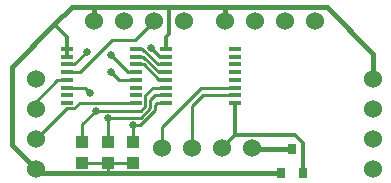
<source format=gbl>
G75*
%MOIN*%
%OFA0B0*%
%FSLAX25Y25*%
%IPPOS*%
%LPD*%
%AMOC8*
5,1,8,0,0,1.08239X$1,22.5*
%
%ADD10C,0.06000*%
%ADD11R,0.03900X0.01200*%
%ADD12R,0.04331X0.03937*%
%ADD13R,0.03150X0.03543*%
%ADD14C,0.01000*%
%ADD15C,0.02578*%
%ADD16C,0.01200*%
%ADD17C,0.01600*%
D10*
X0014045Y0021079D03*
X0014045Y0031079D03*
X0014045Y0041079D03*
X0014045Y0051079D03*
X0033545Y0070579D03*
X0043545Y0070579D03*
X0053545Y0070579D03*
X0063545Y0070579D03*
X0077045Y0070579D03*
X0087045Y0070579D03*
X0097045Y0070579D03*
X0107045Y0070579D03*
X0126545Y0051079D03*
X0126545Y0041079D03*
X0126545Y0031079D03*
X0126545Y0021079D03*
X0086045Y0028079D03*
X0076045Y0028079D03*
X0066045Y0028079D03*
X0056045Y0028079D03*
D11*
X0057558Y0043123D03*
X0057558Y0045682D03*
X0057558Y0048241D03*
X0057558Y0050800D03*
X0057558Y0053359D03*
X0057558Y0055918D03*
X0057558Y0058477D03*
X0057558Y0061036D03*
X0047533Y0061036D03*
X0047533Y0058477D03*
X0047533Y0055918D03*
X0047533Y0053359D03*
X0047533Y0050800D03*
X0047533Y0048241D03*
X0047533Y0045682D03*
X0047533Y0043123D03*
X0024558Y0043123D03*
X0024558Y0045682D03*
X0024558Y0048241D03*
X0024558Y0050800D03*
X0024558Y0053359D03*
X0024558Y0055918D03*
X0024558Y0058477D03*
X0024558Y0061036D03*
X0080533Y0061036D03*
X0080533Y0058477D03*
X0080533Y0055918D03*
X0080533Y0053359D03*
X0080533Y0050800D03*
X0080533Y0048241D03*
X0080533Y0045682D03*
X0080533Y0043123D03*
D12*
X0046545Y0029926D03*
X0038045Y0029926D03*
X0029545Y0029926D03*
X0029545Y0023233D03*
X0038045Y0023233D03*
X0046545Y0023233D03*
D13*
X0095805Y0019642D03*
X0103285Y0019642D03*
X0099545Y0027910D03*
D14*
X0080545Y0043110D02*
X0080533Y0043123D01*
X0080533Y0045682D02*
X0069648Y0045682D01*
X0066045Y0042079D01*
X0066045Y0028079D01*
X0056045Y0028079D02*
X0056045Y0035079D01*
X0069207Y0048241D01*
X0080533Y0048241D01*
X0057558Y0048241D02*
X0053207Y0048241D01*
X0050583Y0045617D01*
X0050583Y0042067D01*
X0049095Y0040579D01*
X0034045Y0040579D01*
X0029545Y0036079D01*
X0029545Y0029926D01*
X0038045Y0029926D02*
X0038045Y0038190D01*
X0048969Y0038190D01*
X0052183Y0041404D01*
X0052183Y0044217D01*
X0053648Y0045682D01*
X0057558Y0045682D01*
X0057558Y0043123D02*
X0054326Y0043123D01*
X0053783Y0042579D01*
X0053783Y0040742D01*
X0048843Y0035802D01*
X0046545Y0035802D01*
X0046545Y0029926D01*
X0046545Y0023233D02*
X0038045Y0023233D01*
X0038045Y0019642D01*
X0038045Y0023233D02*
X0036045Y0023233D01*
X0029545Y0023233D01*
X0014045Y0031079D02*
X0024389Y0041423D01*
X0026964Y0041423D01*
X0028664Y0043123D01*
X0047533Y0043123D01*
X0047545Y0043110D01*
X0047533Y0050800D02*
X0041825Y0050800D01*
X0039045Y0053579D01*
X0039045Y0059079D02*
X0044766Y0053359D01*
X0047533Y0053359D01*
X0047533Y0055918D02*
X0050181Y0055918D01*
X0055299Y0050800D01*
X0057558Y0050800D01*
X0057558Y0053359D02*
X0055003Y0053359D01*
X0049885Y0058477D01*
X0047533Y0058477D01*
X0047533Y0061036D02*
X0049589Y0061036D01*
X0054707Y0055918D01*
X0057558Y0055918D01*
X0057558Y0058477D02*
X0055526Y0058477D01*
X0052485Y0061519D01*
X0047045Y0064079D02*
X0053545Y0070579D01*
X0047045Y0064079D02*
X0039545Y0064079D01*
X0028825Y0053359D01*
X0024558Y0053359D01*
X0024558Y0055918D02*
X0026884Y0055918D01*
X0031045Y0060079D01*
X0024558Y0050800D02*
X0021266Y0050800D01*
X0014045Y0043579D01*
X0014045Y0041079D01*
X0024558Y0048241D02*
X0030384Y0048241D01*
X0032045Y0046579D01*
D15*
X0032045Y0046579D03*
X0034045Y0040579D03*
X0038045Y0038190D03*
X0046545Y0035802D03*
X0039045Y0053579D03*
X0039045Y0059079D03*
X0031045Y0060079D03*
X0052485Y0061519D03*
D16*
X0057558Y0061036D02*
X0057558Y0065092D01*
X0058545Y0066079D01*
X0058545Y0075079D01*
X0024558Y0065067D02*
X0024558Y0061036D01*
X0024558Y0058477D01*
X0024558Y0065067D02*
X0020295Y0069329D01*
X0080545Y0043110D02*
X0080545Y0032579D01*
X0100545Y0032579D01*
X0103285Y0029839D01*
X0103285Y0019642D01*
X0080545Y0032579D02*
X0076045Y0028079D01*
D17*
X0015482Y0019642D02*
X0014045Y0021079D01*
X0006045Y0029079D01*
X0006045Y0055079D01*
X0020295Y0069329D01*
X0026045Y0075079D01*
X0034045Y0075079D01*
X0033545Y0074579D01*
X0033545Y0070579D01*
X0034045Y0075079D02*
X0058545Y0075079D01*
X0077545Y0075079D01*
X0077045Y0074579D01*
X0077045Y0070579D01*
X0077545Y0075079D02*
X0111045Y0075079D01*
X0126545Y0059579D01*
X0126545Y0051079D01*
X0099545Y0027910D02*
X0086215Y0027910D01*
X0086045Y0028079D01*
X0095805Y0019642D02*
X0038045Y0019642D01*
X0036045Y0019642D01*
X0015482Y0019642D01*
M02*

</source>
